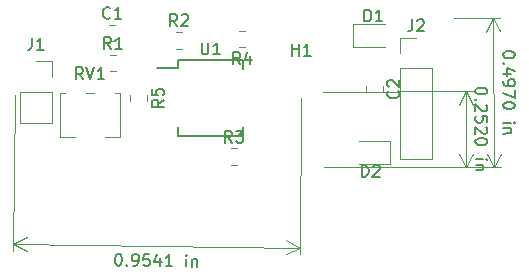
<source format=gbr>
G04 #@! TF.GenerationSoftware,KiCad,Pcbnew,(5.1.4)-1*
G04 #@! TF.CreationDate,2020-06-01T20:19:03-04:00*
G04 #@! TF.ProjectId,UniversalLM393,556e6976-6572-4736-916c-4c4d3339332e,rev?*
G04 #@! TF.SameCoordinates,Original*
G04 #@! TF.FileFunction,Legend,Top*
G04 #@! TF.FilePolarity,Positive*
%FSLAX46Y46*%
G04 Gerber Fmt 4.6, Leading zero omitted, Abs format (unit mm)*
G04 Created by KiCad (PCBNEW (5.1.4)-1) date 2020-06-01 20:19:03*
%MOMM*%
%LPD*%
G04 APERTURE LIST*
%ADD10C,0.150000*%
%ADD11C,0.120000*%
G04 APERTURE END LIST*
D10*
X169003598Y-97444917D02*
X169003976Y-97540155D01*
X168956735Y-97635581D01*
X168909306Y-97683389D01*
X168814257Y-97731385D01*
X168623972Y-97779760D01*
X168385878Y-97780705D01*
X168195215Y-97733842D01*
X168099788Y-97686601D01*
X168051981Y-97639171D01*
X168003984Y-97544123D01*
X168003606Y-97448886D01*
X168050847Y-97353459D01*
X168098277Y-97305652D01*
X168193325Y-97257655D01*
X168383611Y-97209281D01*
X168621704Y-97208336D01*
X168812368Y-97255199D01*
X168907794Y-97302439D01*
X168955602Y-97349869D01*
X169003598Y-97444917D01*
X168101867Y-98210406D02*
X168054437Y-98258214D01*
X168006630Y-98210784D01*
X168054059Y-98162977D01*
X168101867Y-98210406D01*
X168006630Y-98210784D01*
X168913085Y-98635762D02*
X168960893Y-98683192D01*
X169008889Y-98778240D01*
X169009834Y-99016334D01*
X168962593Y-99111760D01*
X168915164Y-99159567D01*
X168820115Y-99207564D01*
X168724878Y-99207942D01*
X168581833Y-99160890D01*
X168008141Y-98591734D01*
X168010598Y-99210776D01*
X169014180Y-100111563D02*
X169012291Y-99635376D01*
X168535915Y-99589647D01*
X168583723Y-99637077D01*
X168631719Y-99732125D01*
X168632664Y-99970219D01*
X168585423Y-100065645D01*
X168537993Y-100113453D01*
X168442945Y-100161449D01*
X168204852Y-100162394D01*
X168109425Y-100115153D01*
X168061618Y-100067724D01*
X168013621Y-99972675D01*
X168012676Y-99734582D01*
X168059917Y-99639156D01*
X168107347Y-99591348D01*
X168920644Y-100540509D02*
X168968451Y-100587939D01*
X169016448Y-100682987D01*
X169017393Y-100921080D01*
X168970152Y-101016507D01*
X168922722Y-101064314D01*
X168827674Y-101112311D01*
X168732436Y-101112689D01*
X168589391Y-101065637D01*
X168015700Y-100496481D01*
X168018156Y-101115523D01*
X169020605Y-101730598D02*
X169020983Y-101825835D01*
X168973742Y-101921262D01*
X168926312Y-101969069D01*
X168831264Y-102017066D01*
X168640978Y-102065440D01*
X168402885Y-102066385D01*
X168212221Y-102019522D01*
X168116795Y-101972282D01*
X168068987Y-101924852D01*
X168020991Y-101829803D01*
X168020613Y-101734566D01*
X168067854Y-101639140D01*
X168115283Y-101591332D01*
X168210332Y-101543336D01*
X168400617Y-101494961D01*
X168638711Y-101494016D01*
X168829374Y-101540879D01*
X168924801Y-101588120D01*
X168972608Y-101635550D01*
X169020605Y-101730598D01*
X168026660Y-103258364D02*
X168693321Y-103255718D01*
X169026652Y-103254395D02*
X168978844Y-103206966D01*
X168931414Y-103254773D01*
X168979222Y-103302203D01*
X169026652Y-103254395D01*
X168931414Y-103254773D01*
X168695211Y-103731905D02*
X168028549Y-103734550D01*
X168599973Y-103732283D02*
X168647781Y-103779713D01*
X168695778Y-103874761D01*
X168696344Y-104017617D01*
X168649104Y-104113043D01*
X168554055Y-104161040D01*
X168030250Y-104163118D01*
D11*
X167186238Y-97513610D02*
X167211638Y-103914410D01*
X155143200Y-97561400D02*
X167772654Y-97511283D01*
X155168600Y-103962200D02*
X167798054Y-103912083D01*
X167211638Y-103914410D02*
X166620752Y-102790242D01*
X167211638Y-103914410D02*
X167793584Y-102785588D01*
X167186238Y-97513610D02*
X166604292Y-98642432D01*
X167186238Y-97513610D02*
X167777124Y-98637778D01*
D10*
X137743419Y-111268021D02*
X137838649Y-111269219D01*
X137933281Y-111318032D01*
X137980297Y-111366246D01*
X138026714Y-111462075D01*
X138071934Y-111653136D01*
X138068939Y-111891212D01*
X138018928Y-112081074D01*
X137970115Y-112175706D01*
X137921901Y-112222722D01*
X137826071Y-112269140D01*
X137730841Y-112267942D01*
X137636209Y-112219129D01*
X137589193Y-112170914D01*
X137542775Y-112075085D01*
X137497556Y-111884025D01*
X137500551Y-111645948D01*
X137550562Y-111456086D01*
X137599375Y-111361455D01*
X137647589Y-111314438D01*
X137743419Y-111268021D01*
X138493883Y-112182294D02*
X138540900Y-112230508D01*
X138492685Y-112277525D01*
X138445669Y-112229310D01*
X138493883Y-112182294D01*
X138492685Y-112277525D01*
X139016453Y-112284113D02*
X139206915Y-112286509D01*
X139302744Y-112240091D01*
X139350958Y-112193075D01*
X139447986Y-112051427D01*
X139497997Y-111861565D01*
X139502788Y-111480642D01*
X139456371Y-111384813D01*
X139409354Y-111336599D01*
X139314723Y-111287786D01*
X139124262Y-111285390D01*
X139028432Y-111331807D01*
X138980218Y-111378824D01*
X138931405Y-111473455D01*
X138928410Y-111711532D01*
X138974828Y-111807361D01*
X139021844Y-111855575D01*
X139116476Y-111904389D01*
X139306937Y-111906784D01*
X139402766Y-111860367D01*
X139450980Y-111813350D01*
X139499793Y-111718719D01*
X140409874Y-111301561D02*
X139933721Y-111295572D01*
X139880117Y-111771126D01*
X139928331Y-111724109D01*
X140024161Y-111677692D01*
X140262237Y-111680687D01*
X140356869Y-111729500D01*
X140403885Y-111777714D01*
X140450302Y-111873543D01*
X140447308Y-112111620D01*
X140398494Y-112206251D01*
X140350280Y-112253268D01*
X140254451Y-112299685D01*
X140016374Y-112296691D01*
X139921743Y-112247877D01*
X139874726Y-112199663D01*
X141310372Y-111646248D02*
X141301987Y-112312862D01*
X141077087Y-111262331D02*
X140830027Y-111973565D01*
X141449025Y-111981352D01*
X142349523Y-112326038D02*
X141778140Y-112318851D01*
X142063831Y-112322445D02*
X142076409Y-111322524D01*
X141979382Y-111464172D01*
X141882953Y-111558204D01*
X141787124Y-111604622D01*
X143539905Y-112341012D02*
X143548290Y-111674398D01*
X143552483Y-111341091D02*
X143504269Y-111388107D01*
X143551285Y-111436321D01*
X143599499Y-111389305D01*
X143552483Y-111341091D01*
X143551285Y-111436321D01*
X144024443Y-111680387D02*
X144016058Y-112347001D01*
X144023245Y-111775618D02*
X144071459Y-111728601D01*
X144167289Y-111682184D01*
X144310135Y-111683981D01*
X144404766Y-111732794D01*
X144451184Y-111828623D01*
X144444595Y-112352391D01*
D11*
X128898352Y-110434324D02*
X153129952Y-110739124D01*
X129057400Y-97790000D02*
X128890976Y-111020698D01*
X153289000Y-98094800D02*
X153122576Y-111325498D01*
X153129952Y-110739124D02*
X151996162Y-111311330D01*
X153129952Y-110739124D02*
X152010913Y-110138581D01*
X128898352Y-110434324D02*
X130017391Y-111034867D01*
X128898352Y-110434324D02*
X130032142Y-109862118D01*
D10*
X171349219Y-94367717D02*
X171349602Y-94462955D01*
X171302367Y-94558384D01*
X171254940Y-94606194D01*
X171159894Y-94654196D01*
X170969611Y-94702581D01*
X170731518Y-94703539D01*
X170540851Y-94656687D01*
X170445422Y-94609452D01*
X170397612Y-94562025D01*
X170349610Y-94466979D01*
X170349227Y-94371742D01*
X170396462Y-94276313D01*
X170443889Y-94228502D01*
X170538935Y-94180500D01*
X170729218Y-94132115D01*
X170967311Y-94131157D01*
X171157978Y-94178009D01*
X171253407Y-94225245D01*
X171301217Y-94272672D01*
X171349219Y-94367717D01*
X170447530Y-95133257D02*
X170400103Y-95181067D01*
X170352293Y-95133640D01*
X170399720Y-95085830D01*
X170447530Y-95133257D01*
X170352293Y-95133640D01*
X171022595Y-96035712D02*
X170355934Y-96038395D01*
X171402586Y-95796086D02*
X170687348Y-95560867D01*
X170689839Y-96179909D01*
X170358233Y-96609819D02*
X170359000Y-96800293D01*
X170407002Y-96895339D01*
X170454812Y-96942766D01*
X170598051Y-97037429D01*
X170788717Y-97084281D01*
X171169667Y-97082748D01*
X171264712Y-97034746D01*
X171312140Y-96986936D01*
X171359375Y-96891507D01*
X171358608Y-96701032D01*
X171310607Y-96605986D01*
X171262796Y-96558559D01*
X171167367Y-96511324D01*
X170929274Y-96512282D01*
X170834228Y-96560284D01*
X170786801Y-96608094D01*
X170739566Y-96703523D01*
X170740332Y-96893998D01*
X170788334Y-96989043D01*
X170836145Y-97036470D01*
X170931573Y-97083706D01*
X171361483Y-97415312D02*
X171364166Y-98081973D01*
X170362449Y-97657429D01*
X171366465Y-98653397D02*
X171366848Y-98748634D01*
X171319613Y-98844063D01*
X171272186Y-98891874D01*
X171177140Y-98939876D01*
X170986857Y-98988261D01*
X170748764Y-98989219D01*
X170558098Y-98942367D01*
X170462669Y-98895131D01*
X170414858Y-98847704D01*
X170366856Y-98752658D01*
X170366473Y-98657421D01*
X170413709Y-98561992D01*
X170461136Y-98514182D01*
X170556181Y-98466180D01*
X170746464Y-98417795D01*
X170984558Y-98416837D01*
X171175224Y-98463689D01*
X171270653Y-98510924D01*
X171318463Y-98558351D01*
X171366465Y-98653397D01*
X170372605Y-100181218D02*
X171039266Y-100178536D01*
X171372597Y-100177194D02*
X171324787Y-100129767D01*
X171277360Y-100177577D01*
X171325170Y-100225005D01*
X171372597Y-100177194D01*
X171277360Y-100177577D01*
X171041183Y-100654722D02*
X170374521Y-100657405D01*
X170945945Y-100655105D02*
X170993756Y-100702533D01*
X171041758Y-100797578D01*
X171042332Y-100940434D01*
X170995097Y-101035863D01*
X170900051Y-101083865D01*
X170376246Y-101085973D01*
D11*
X169519341Y-91325011D02*
X169570141Y-103948811D01*
X166192200Y-91338400D02*
X170105757Y-91322651D01*
X166243000Y-103962200D02*
X170156557Y-103946451D01*
X169570141Y-103948811D02*
X168979192Y-102824676D01*
X169570141Y-103948811D02*
X170152024Y-102819957D01*
X169519341Y-91325011D02*
X168937458Y-92453865D01*
X169519341Y-91325011D02*
X170110290Y-92449146D01*
X137902000Y-97672600D02*
X137902000Y-101412600D01*
X132862000Y-97672600D02*
X132862000Y-101412600D01*
X136622000Y-101412600D02*
X137902000Y-101412600D01*
X132862000Y-101412600D02*
X134142000Y-101412600D01*
X135022000Y-97672600D02*
X135742000Y-97672600D01*
X132862000Y-97672600D02*
X133242000Y-97672600D01*
X137522000Y-97672600D02*
X137902000Y-97672600D01*
X138812200Y-97810822D02*
X138812200Y-98327978D01*
X140232200Y-97810822D02*
X140232200Y-98327978D01*
X130810000Y-94986800D02*
X132140000Y-94986800D01*
X132140000Y-94986800D02*
X132140000Y-96316800D01*
X132140000Y-97586800D02*
X132140000Y-100186800D01*
X129480000Y-100186800D02*
X132140000Y-100186800D01*
X129480000Y-97586800D02*
X129480000Y-100186800D01*
X129480000Y-97586800D02*
X132140000Y-97586800D01*
D10*
X142842800Y-95519400D02*
X141092800Y-95519400D01*
X142842800Y-101274400D02*
X148342800Y-101274400D01*
X142842800Y-94864400D02*
X148342800Y-94864400D01*
X142842800Y-101274400D02*
X142842800Y-100524400D01*
X148342800Y-101274400D02*
X148342800Y-100524400D01*
X148342800Y-94864400D02*
X148342800Y-95614400D01*
X142842800Y-94864400D02*
X142842800Y-95519400D01*
D11*
X148520678Y-92381000D02*
X148003522Y-92381000D01*
X148520678Y-93801000D02*
X148003522Y-93801000D01*
X147317722Y-103757800D02*
X147834878Y-103757800D01*
X147317722Y-102337800D02*
X147834878Y-102337800D01*
X142669522Y-93902600D02*
X143186678Y-93902600D01*
X142669522Y-92482600D02*
X143186678Y-92482600D01*
X137051522Y-95833000D02*
X137568678Y-95833000D01*
X137051522Y-94413000D02*
X137568678Y-94413000D01*
X161661800Y-92980200D02*
X162991800Y-92980200D01*
X161661800Y-94310200D02*
X161661800Y-92980200D01*
X161661800Y-95580200D02*
X164321800Y-95580200D01*
X164321800Y-95580200D02*
X164321800Y-103260200D01*
X161661800Y-95580200D02*
X161661800Y-103260200D01*
X161661800Y-103260200D02*
X164321800Y-103260200D01*
X160818300Y-101706800D02*
X158133300Y-101706800D01*
X160818300Y-103626800D02*
X160818300Y-101706800D01*
X158133300Y-103626800D02*
X160818300Y-103626800D01*
X157674600Y-93746200D02*
X160359600Y-93746200D01*
X157674600Y-91826200D02*
X157674600Y-93746200D01*
X160359600Y-91826200D02*
X157674600Y-91826200D01*
X158751200Y-97074222D02*
X158751200Y-97591378D01*
X160171200Y-97074222D02*
X160171200Y-97591378D01*
X137005322Y-93293000D02*
X137522478Y-93293000D01*
X137005322Y-91873000D02*
X137522478Y-91873000D01*
D10*
X134786761Y-96494980D02*
X134453428Y-96018790D01*
X134215333Y-96494980D02*
X134215333Y-95494980D01*
X134596285Y-95494980D01*
X134691523Y-95542600D01*
X134739142Y-95590219D01*
X134786761Y-95685457D01*
X134786761Y-95828314D01*
X134739142Y-95923552D01*
X134691523Y-95971171D01*
X134596285Y-96018790D01*
X134215333Y-96018790D01*
X135072476Y-95494980D02*
X135405809Y-96494980D01*
X135739142Y-95494980D01*
X136596285Y-96494980D02*
X136024857Y-96494980D01*
X136310571Y-96494980D02*
X136310571Y-95494980D01*
X136215333Y-95637838D01*
X136120095Y-95733076D01*
X136024857Y-95780695D01*
X141624580Y-98236066D02*
X141148390Y-98569400D01*
X141624580Y-98807495D02*
X140624580Y-98807495D01*
X140624580Y-98426542D01*
X140672200Y-98331304D01*
X140719819Y-98283685D01*
X140815057Y-98236066D01*
X140957914Y-98236066D01*
X141053152Y-98283685D01*
X141100771Y-98331304D01*
X141148390Y-98426542D01*
X141148390Y-98807495D01*
X140624580Y-97331304D02*
X140624580Y-97807495D01*
X141100771Y-97855114D01*
X141053152Y-97807495D01*
X141005533Y-97712257D01*
X141005533Y-97474161D01*
X141053152Y-97378923D01*
X141100771Y-97331304D01*
X141196009Y-97283685D01*
X141434104Y-97283685D01*
X141529342Y-97331304D01*
X141576961Y-97378923D01*
X141624580Y-97474161D01*
X141624580Y-97712257D01*
X141576961Y-97807495D01*
X141529342Y-97855114D01*
X130476666Y-92999180D02*
X130476666Y-93713466D01*
X130429047Y-93856323D01*
X130333809Y-93951561D01*
X130190952Y-93999180D01*
X130095714Y-93999180D01*
X131476666Y-93999180D02*
X130905238Y-93999180D01*
X131190952Y-93999180D02*
X131190952Y-92999180D01*
X131095714Y-93142038D01*
X131000476Y-93237276D01*
X130905238Y-93284895D01*
X144830895Y-93391780D02*
X144830895Y-94201304D01*
X144878514Y-94296542D01*
X144926133Y-94344161D01*
X145021371Y-94391780D01*
X145211847Y-94391780D01*
X145307085Y-94344161D01*
X145354704Y-94296542D01*
X145402323Y-94201304D01*
X145402323Y-93391780D01*
X146402323Y-94391780D02*
X145830895Y-94391780D01*
X146116609Y-94391780D02*
X146116609Y-93391780D01*
X146021371Y-93534638D01*
X145926133Y-93629876D01*
X145830895Y-93677495D01*
X148095433Y-95193380D02*
X147762100Y-94717190D01*
X147524004Y-95193380D02*
X147524004Y-94193380D01*
X147904957Y-94193380D01*
X148000195Y-94241000D01*
X148047814Y-94288619D01*
X148095433Y-94383857D01*
X148095433Y-94526714D01*
X148047814Y-94621952D01*
X148000195Y-94669571D01*
X147904957Y-94717190D01*
X147524004Y-94717190D01*
X148952576Y-94526714D02*
X148952576Y-95193380D01*
X148714480Y-94145761D02*
X148476385Y-94860047D01*
X149095433Y-94860047D01*
X147409633Y-101850180D02*
X147076300Y-101373990D01*
X146838204Y-101850180D02*
X146838204Y-100850180D01*
X147219157Y-100850180D01*
X147314395Y-100897800D01*
X147362014Y-100945419D01*
X147409633Y-101040657D01*
X147409633Y-101183514D01*
X147362014Y-101278752D01*
X147314395Y-101326371D01*
X147219157Y-101373990D01*
X146838204Y-101373990D01*
X147742966Y-100850180D02*
X148362014Y-100850180D01*
X148028680Y-101231133D01*
X148171538Y-101231133D01*
X148266776Y-101278752D01*
X148314395Y-101326371D01*
X148362014Y-101421609D01*
X148362014Y-101659704D01*
X148314395Y-101754942D01*
X148266776Y-101802561D01*
X148171538Y-101850180D01*
X147885823Y-101850180D01*
X147790585Y-101802561D01*
X147742966Y-101754942D01*
X142761433Y-91994980D02*
X142428100Y-91518790D01*
X142190004Y-91994980D02*
X142190004Y-90994980D01*
X142570957Y-90994980D01*
X142666195Y-91042600D01*
X142713814Y-91090219D01*
X142761433Y-91185457D01*
X142761433Y-91328314D01*
X142713814Y-91423552D01*
X142666195Y-91471171D01*
X142570957Y-91518790D01*
X142190004Y-91518790D01*
X143142385Y-91090219D02*
X143190004Y-91042600D01*
X143285242Y-90994980D01*
X143523338Y-90994980D01*
X143618576Y-91042600D01*
X143666195Y-91090219D01*
X143713814Y-91185457D01*
X143713814Y-91280695D01*
X143666195Y-91423552D01*
X143094766Y-91994980D01*
X143713814Y-91994980D01*
X137143433Y-93925380D02*
X136810100Y-93449190D01*
X136572004Y-93925380D02*
X136572004Y-92925380D01*
X136952957Y-92925380D01*
X137048195Y-92973000D01*
X137095814Y-93020619D01*
X137143433Y-93115857D01*
X137143433Y-93258714D01*
X137095814Y-93353952D01*
X137048195Y-93401571D01*
X136952957Y-93449190D01*
X136572004Y-93449190D01*
X138095814Y-93925380D02*
X137524385Y-93925380D01*
X137810100Y-93925380D02*
X137810100Y-92925380D01*
X137714861Y-93068238D01*
X137619623Y-93163476D01*
X137524385Y-93211095D01*
X162658466Y-91432580D02*
X162658466Y-92146866D01*
X162610847Y-92289723D01*
X162515609Y-92384961D01*
X162372752Y-92432580D01*
X162277514Y-92432580D01*
X163087038Y-91527819D02*
X163134657Y-91480200D01*
X163229895Y-91432580D01*
X163467990Y-91432580D01*
X163563228Y-91480200D01*
X163610847Y-91527819D01*
X163658466Y-91623057D01*
X163658466Y-91718295D01*
X163610847Y-91861152D01*
X163039419Y-92432580D01*
X163658466Y-92432580D01*
X152501695Y-94488380D02*
X152501695Y-93488380D01*
X152501695Y-93964571D02*
X153073123Y-93964571D01*
X153073123Y-94488380D02*
X153073123Y-93488380D01*
X154073123Y-94488380D02*
X153501695Y-94488380D01*
X153787409Y-94488380D02*
X153787409Y-93488380D01*
X153692171Y-93631238D01*
X153596933Y-93726476D01*
X153501695Y-93774095D01*
X158395204Y-104769180D02*
X158395204Y-103769180D01*
X158633300Y-103769180D01*
X158776157Y-103816800D01*
X158871395Y-103912038D01*
X158919014Y-104007276D01*
X158966633Y-104197752D01*
X158966633Y-104340609D01*
X158919014Y-104531085D01*
X158871395Y-104626323D01*
X158776157Y-104721561D01*
X158633300Y-104769180D01*
X158395204Y-104769180D01*
X159347585Y-103864419D02*
X159395204Y-103816800D01*
X159490442Y-103769180D01*
X159728538Y-103769180D01*
X159823776Y-103816800D01*
X159871395Y-103864419D01*
X159919014Y-103959657D01*
X159919014Y-104054895D01*
X159871395Y-104197752D01*
X159299966Y-104769180D01*
X159919014Y-104769180D01*
X158621504Y-91588580D02*
X158621504Y-90588580D01*
X158859600Y-90588580D01*
X159002457Y-90636200D01*
X159097695Y-90731438D01*
X159145314Y-90826676D01*
X159192933Y-91017152D01*
X159192933Y-91160009D01*
X159145314Y-91350485D01*
X159097695Y-91445723D01*
X159002457Y-91540961D01*
X158859600Y-91588580D01*
X158621504Y-91588580D01*
X160145314Y-91588580D02*
X159573885Y-91588580D01*
X159859600Y-91588580D02*
X159859600Y-90588580D01*
X159764361Y-90731438D01*
X159669123Y-90826676D01*
X159573885Y-90874295D01*
X161468342Y-97499466D02*
X161515961Y-97547085D01*
X161563580Y-97689942D01*
X161563580Y-97785180D01*
X161515961Y-97928038D01*
X161420723Y-98023276D01*
X161325485Y-98070895D01*
X161135009Y-98118514D01*
X160992152Y-98118514D01*
X160801676Y-98070895D01*
X160706438Y-98023276D01*
X160611200Y-97928038D01*
X160563580Y-97785180D01*
X160563580Y-97689942D01*
X160611200Y-97547085D01*
X160658819Y-97499466D01*
X160658819Y-97118514D02*
X160611200Y-97070895D01*
X160563580Y-96975657D01*
X160563580Y-96737561D01*
X160611200Y-96642323D01*
X160658819Y-96594704D01*
X160754057Y-96547085D01*
X160849295Y-96547085D01*
X160992152Y-96594704D01*
X161563580Y-97166133D01*
X161563580Y-96547085D01*
X137097233Y-91290142D02*
X137049614Y-91337761D01*
X136906757Y-91385380D01*
X136811519Y-91385380D01*
X136668661Y-91337761D01*
X136573423Y-91242523D01*
X136525804Y-91147285D01*
X136478185Y-90956809D01*
X136478185Y-90813952D01*
X136525804Y-90623476D01*
X136573423Y-90528238D01*
X136668661Y-90433000D01*
X136811519Y-90385380D01*
X136906757Y-90385380D01*
X137049614Y-90433000D01*
X137097233Y-90480619D01*
X138049614Y-91385380D02*
X137478185Y-91385380D01*
X137763900Y-91385380D02*
X137763900Y-90385380D01*
X137668661Y-90528238D01*
X137573423Y-90623476D01*
X137478185Y-90671095D01*
M02*

</source>
